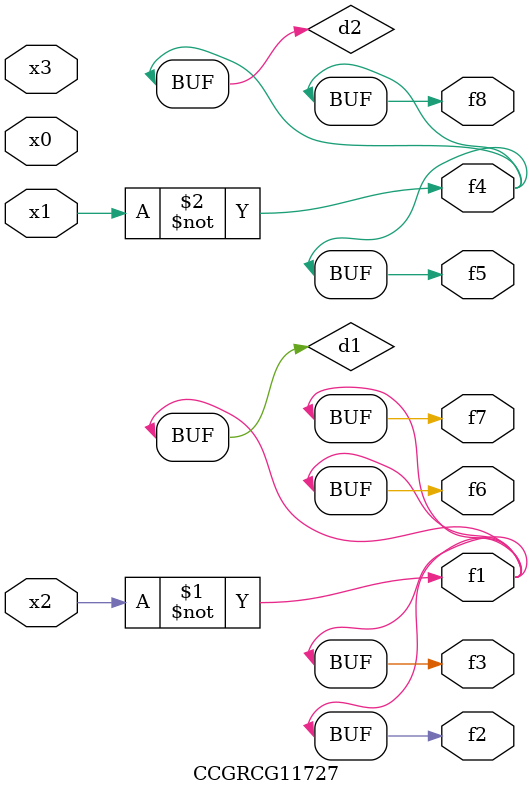
<source format=v>
module CCGRCG11727(
	input x0, x1, x2, x3,
	output f1, f2, f3, f4, f5, f6, f7, f8
);

	wire d1, d2;

	xnor (d1, x2);
	not (d2, x1);
	assign f1 = d1;
	assign f2 = d1;
	assign f3 = d1;
	assign f4 = d2;
	assign f5 = d2;
	assign f6 = d1;
	assign f7 = d1;
	assign f8 = d2;
endmodule

</source>
